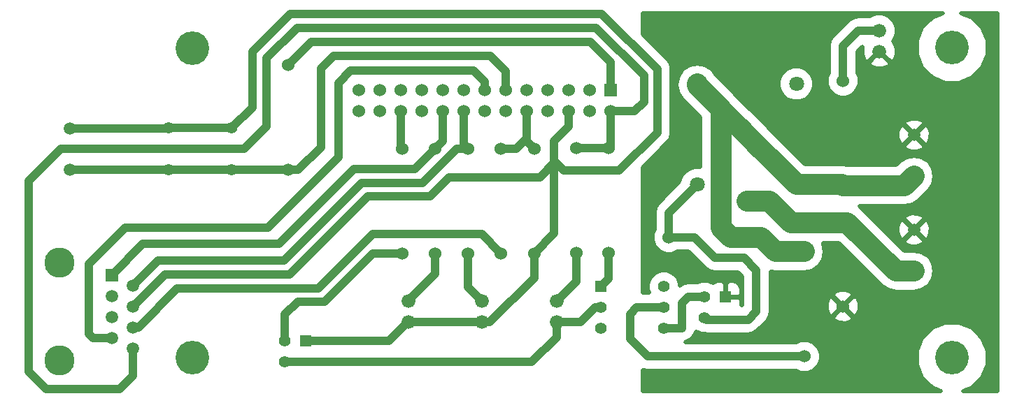
<source format=gbl>
G04 (created by PCBNEW (2013-07-07 BZR 4022)-stable) date 7/19/2014 9:11:12 AM*
%MOIN*%
G04 Gerber Fmt 3.4, Leading zero omitted, Abs format*
%FSLAX34Y34*%
G01*
G70*
G90*
G04 APERTURE LIST*
%ADD10C,0.00393701*%
%ADD11C,0.16*%
%ADD12R,0.055X0.055*%
%ADD13C,0.055*%
%ADD14C,0.1437*%
%ADD15R,0.0591X0.0591*%
%ADD16C,0.0591*%
%ADD17C,0.0708661*%
%ADD18C,0.06*%
%ADD19R,0.06X0.06*%
%ADD20C,0.066*%
%ADD21C,0.0590551*%
%ADD22C,0.0984252*%
%ADD23C,0.0393701*%
%ADD24C,0.019685*%
G04 APERTURE END LIST*
G54D10*
G54D11*
X44960Y-16968D03*
X8740Y-16968D03*
X44960Y-2165D03*
G54D12*
X14161Y-16153D03*
G54D13*
X13161Y-16153D03*
X13161Y-17153D03*
G54D12*
X34161Y-14066D03*
G54D13*
X33161Y-14066D03*
X33161Y-15066D03*
X7633Y-8007D03*
X7633Y-6007D03*
X10633Y-8007D03*
X10633Y-6007D03*
G54D14*
X2421Y-17101D03*
X2421Y-12428D03*
G54D15*
X4921Y-13013D03*
G54D16*
X5921Y-13513D03*
X4921Y-14013D03*
X5921Y-14513D03*
X4921Y-15013D03*
X5921Y-15513D03*
X4921Y-16013D03*
X5921Y-16513D03*
G54D17*
X35177Y-9488D03*
X32814Y-8700D03*
X37539Y-8700D03*
X32814Y-3897D03*
X37539Y-3897D03*
G54D18*
X23464Y-11988D03*
X23464Y-6988D03*
X39763Y-8759D03*
X39763Y-3759D03*
X37913Y-11909D03*
X37913Y-16909D03*
X25039Y-6988D03*
X25039Y-11988D03*
X13307Y-8011D03*
X13307Y-3011D03*
X20314Y-6988D03*
X20314Y-11988D03*
X21889Y-6988D03*
X21889Y-11988D03*
X18740Y-11988D03*
X18740Y-6988D03*
G54D19*
X28677Y-4204D03*
G54D18*
X28677Y-5204D03*
X27677Y-4204D03*
X27677Y-5204D03*
X26677Y-4204D03*
X26677Y-5204D03*
X25677Y-4204D03*
X25677Y-5204D03*
X24677Y-4204D03*
X24677Y-5204D03*
X23677Y-4204D03*
X23677Y-5204D03*
X22677Y-4204D03*
X22677Y-5204D03*
X21677Y-4204D03*
X21677Y-5204D03*
X20677Y-4204D03*
X20677Y-5204D03*
X19677Y-4204D03*
X19677Y-5204D03*
X18677Y-4204D03*
X18677Y-5204D03*
X17677Y-4204D03*
X17677Y-5204D03*
X16677Y-4204D03*
X16677Y-5204D03*
G54D20*
X22559Y-14263D03*
X22559Y-15263D03*
G54D19*
X35464Y-11220D03*
G54D18*
X31464Y-11220D03*
G54D19*
X39763Y-10519D03*
G54D18*
X39763Y-14519D03*
G54D12*
X28224Y-13566D03*
G54D13*
X28224Y-14566D03*
X28224Y-15566D03*
X31224Y-15566D03*
X31224Y-14566D03*
X31224Y-13566D03*
G54D11*
X8740Y-2204D03*
G54D21*
X2913Y-7992D03*
X2913Y-6023D03*
X43149Y-6338D03*
X43149Y-8307D03*
X43149Y-10866D03*
X43149Y-12834D03*
G54D18*
X27047Y-11948D03*
X27047Y-6948D03*
X28582Y-6948D03*
X28582Y-11948D03*
G54D20*
X41496Y-1350D03*
X41496Y-2350D03*
X26102Y-14263D03*
X26102Y-15263D03*
X19055Y-14263D03*
X19055Y-15263D03*
G54D22*
X35464Y-11220D02*
X34409Y-11220D01*
X33937Y-5098D02*
X33809Y-4970D01*
X33937Y-10748D02*
X33937Y-5098D01*
X34409Y-11220D02*
X33937Y-10748D01*
X35464Y-11220D02*
X35866Y-11220D01*
X35866Y-11220D02*
X36555Y-11909D01*
X36555Y-11909D02*
X37913Y-11909D01*
X39763Y-8759D02*
X42696Y-8759D01*
X42696Y-8759D02*
X43149Y-8307D01*
X37539Y-8700D02*
X39704Y-8700D01*
X39704Y-8700D02*
X39763Y-8759D01*
X32814Y-3897D02*
X32814Y-3976D01*
X32814Y-3976D02*
X33809Y-4970D01*
X33809Y-4970D02*
X34094Y-5255D01*
X34094Y-5255D02*
X34596Y-5757D01*
X34596Y-5757D02*
X34842Y-6003D01*
X34842Y-6003D02*
X35718Y-6879D01*
X35718Y-6879D02*
X36348Y-7509D01*
X36348Y-7509D02*
X37539Y-8700D01*
G54D23*
X28677Y-4204D02*
X28677Y-2850D01*
X14429Y-1889D02*
X13307Y-3011D01*
X27716Y-1889D02*
X14429Y-1889D01*
X28677Y-2850D02*
X27716Y-1889D01*
X27047Y-6948D02*
X28582Y-6948D01*
X28677Y-5204D02*
X28677Y-6854D01*
X28677Y-6854D02*
X28582Y-6948D01*
X28677Y-5204D02*
X29834Y-5204D01*
X5921Y-17818D02*
X5921Y-16513D01*
X5275Y-18464D02*
X5921Y-17818D01*
X1771Y-18464D02*
X5275Y-18464D01*
X944Y-17637D02*
X1771Y-18464D01*
X944Y-8543D02*
X944Y-17637D01*
X2480Y-7007D02*
X944Y-8543D01*
X11220Y-7007D02*
X2480Y-7007D01*
X12283Y-5944D02*
X11220Y-7007D01*
X12283Y-2677D02*
X12283Y-5944D01*
X13740Y-1220D02*
X12283Y-2677D01*
X27992Y-1220D02*
X13740Y-1220D01*
X30275Y-3503D02*
X27992Y-1220D01*
X30275Y-4763D02*
X30275Y-3503D01*
X29834Y-5204D02*
X30275Y-4763D01*
X22677Y-4204D02*
X22677Y-3779D01*
X4005Y-16013D02*
X4921Y-16013D01*
X3818Y-15826D02*
X4005Y-16013D01*
X3818Y-12480D02*
X3818Y-15826D01*
X5551Y-10748D02*
X3818Y-12480D01*
X12362Y-10748D02*
X5551Y-10748D01*
X15708Y-7401D02*
X12362Y-10748D01*
X15708Y-3858D02*
X15708Y-7401D01*
X16299Y-3267D02*
X15708Y-3858D01*
X22165Y-3267D02*
X16299Y-3267D01*
X22677Y-3779D02*
X22165Y-3267D01*
X13307Y-8011D02*
X13799Y-8011D01*
X23677Y-3283D02*
X23677Y-4204D01*
X22952Y-2559D02*
X23677Y-3283D01*
X15472Y-2559D02*
X22952Y-2559D01*
X14881Y-3149D02*
X15472Y-2559D01*
X14881Y-6929D02*
X14881Y-3149D01*
X13799Y-8011D02*
X14881Y-6929D01*
X10633Y-8007D02*
X10637Y-8011D01*
X10637Y-8011D02*
X13307Y-8011D01*
X7633Y-8007D02*
X10633Y-8007D01*
X2874Y-7992D02*
X7618Y-7992D01*
X7618Y-7992D02*
X7633Y-8007D01*
X21889Y-6988D02*
X21358Y-6988D01*
X7112Y-12322D02*
X5921Y-13513D01*
X13110Y-12322D02*
X7112Y-12322D01*
X16806Y-8626D02*
X13110Y-12322D01*
X19720Y-8626D02*
X16806Y-8626D01*
X21358Y-6988D02*
X19720Y-8626D01*
X21677Y-5204D02*
X21677Y-6775D01*
X21677Y-6775D02*
X21889Y-6988D01*
X20314Y-6988D02*
X19350Y-7952D01*
X6399Y-11535D02*
X4921Y-13013D01*
X12874Y-11535D02*
X6399Y-11535D01*
X16456Y-7952D02*
X12874Y-11535D01*
X19350Y-7952D02*
X16456Y-7952D01*
X20677Y-5204D02*
X20677Y-6625D01*
X20677Y-6625D02*
X20314Y-6988D01*
X18677Y-5204D02*
X18677Y-6925D01*
X18677Y-6925D02*
X18740Y-6988D01*
X5921Y-15513D02*
X6179Y-15513D01*
X22539Y-11062D02*
X23464Y-11988D01*
X17362Y-11062D02*
X22539Y-11062D01*
X14763Y-13661D02*
X17362Y-11062D01*
X8031Y-13661D02*
X14763Y-13661D01*
X6179Y-15513D02*
X8031Y-13661D01*
X23464Y-6988D02*
X24192Y-6988D01*
X24192Y-6988D02*
X24677Y-6503D01*
X24677Y-5204D02*
X24677Y-6503D01*
X24677Y-6503D02*
X24677Y-6625D01*
X24677Y-6625D02*
X25039Y-6988D01*
X22559Y-15263D02*
X22925Y-15263D01*
X25039Y-13149D02*
X25039Y-11988D01*
X22925Y-15263D02*
X25039Y-13149D01*
X14161Y-16153D02*
X18125Y-16153D01*
X18125Y-16153D02*
X19015Y-15263D01*
X19015Y-15263D02*
X22559Y-15263D01*
X10633Y-6007D02*
X11614Y-5027D01*
X26456Y-8031D02*
X25984Y-7559D01*
X29094Y-8031D02*
X26456Y-8031D01*
X30905Y-6220D02*
X29094Y-8031D01*
X30905Y-3188D02*
X30905Y-6220D01*
X28267Y-551D02*
X30905Y-3188D01*
X13425Y-551D02*
X28267Y-551D01*
X11614Y-2362D02*
X13425Y-551D01*
X11614Y-5027D02*
X11614Y-2362D01*
X25984Y-7559D02*
X25984Y-7244D01*
X7633Y-6007D02*
X10633Y-6007D01*
X2874Y-6023D02*
X7618Y-6023D01*
X7618Y-6023D02*
X7633Y-6007D01*
X25984Y-7244D02*
X25984Y-7559D01*
X25984Y-7165D02*
X25984Y-7244D01*
X25984Y-7559D02*
X25984Y-7677D01*
X7442Y-12992D02*
X5921Y-14513D01*
X13385Y-12992D02*
X7442Y-12992D01*
X17125Y-9251D02*
X13385Y-12992D01*
X20078Y-9251D02*
X17125Y-9251D01*
X20984Y-8346D02*
X20078Y-9251D01*
X25314Y-8346D02*
X20984Y-8346D01*
X25984Y-7677D02*
X25314Y-8346D01*
X26677Y-5204D02*
X26677Y-5921D01*
X26677Y-5921D02*
X25984Y-6614D01*
X25984Y-6614D02*
X25984Y-6889D01*
X25984Y-6889D02*
X25984Y-7165D01*
X25984Y-7165D02*
X25984Y-11043D01*
X25984Y-11043D02*
X25039Y-11988D01*
X20314Y-11988D02*
X20314Y-12964D01*
X20314Y-12964D02*
X19015Y-14263D01*
X37913Y-16909D02*
X30452Y-16909D01*
X29921Y-14566D02*
X31224Y-14566D01*
X29606Y-14881D02*
X29921Y-14566D01*
X29606Y-16062D02*
X29606Y-14881D01*
X30452Y-16909D02*
X29606Y-16062D01*
X28582Y-11948D02*
X28582Y-13208D01*
X28582Y-13208D02*
X28224Y-13566D01*
X21889Y-11988D02*
X21889Y-13594D01*
X21889Y-13594D02*
X22559Y-14263D01*
X33161Y-14066D02*
X32389Y-14066D01*
X32070Y-15566D02*
X31224Y-15566D01*
X32086Y-15551D02*
X32070Y-15566D01*
X32086Y-14370D02*
X32086Y-15551D01*
X32389Y-14066D02*
X32086Y-14370D01*
X41496Y-1350D02*
X40500Y-1350D01*
X39763Y-2086D02*
X39763Y-3759D01*
X40500Y-1350D02*
X39763Y-2086D01*
X26102Y-15263D02*
X27255Y-15263D01*
X27952Y-14566D02*
X28224Y-14566D01*
X27255Y-15263D02*
X27952Y-14566D01*
X26102Y-15263D02*
X26102Y-15984D01*
X24933Y-17153D02*
X13161Y-17153D01*
X26102Y-15984D02*
X24933Y-17153D01*
X27047Y-11948D02*
X27047Y-13318D01*
X27047Y-13318D02*
X26102Y-14263D01*
G54D22*
X39763Y-10519D02*
X39968Y-10519D01*
X42283Y-12834D02*
X43149Y-12834D01*
X39968Y-10519D02*
X42283Y-12834D01*
X35177Y-9488D02*
X36259Y-9488D01*
X37291Y-10519D02*
X39763Y-10519D01*
X36259Y-9488D02*
X37291Y-10519D01*
G54D23*
X18740Y-11988D02*
X17342Y-11988D01*
X13161Y-14909D02*
X13161Y-16153D01*
X13779Y-14291D02*
X13161Y-14909D01*
X15039Y-14291D02*
X13779Y-14291D01*
X17342Y-11988D02*
X15039Y-14291D01*
X31464Y-11220D02*
X32677Y-11220D01*
X33251Y-15157D02*
X33161Y-15066D01*
X35236Y-15157D02*
X33251Y-15157D01*
X35629Y-14763D02*
X35236Y-15157D01*
X35629Y-12795D02*
X35629Y-14763D01*
X35039Y-12204D02*
X35629Y-12795D01*
X33661Y-12204D02*
X35039Y-12204D01*
X32677Y-11220D02*
X33661Y-12204D01*
X31464Y-11220D02*
X31464Y-10051D01*
X31464Y-10051D02*
X32814Y-8700D01*
G54D10*
G36*
X47116Y-18572D02*
X45492Y-18572D01*
X45914Y-18398D01*
X46388Y-17924D01*
X46646Y-17305D01*
X46646Y-16634D01*
X46390Y-16014D01*
X45916Y-15540D01*
X45297Y-15282D01*
X44626Y-15282D01*
X44006Y-15538D01*
X43532Y-16012D01*
X43275Y-16631D01*
X43274Y-17302D01*
X43530Y-17922D01*
X44004Y-18396D01*
X44428Y-18572D01*
X40558Y-18572D01*
X40558Y-14373D01*
X40441Y-14081D01*
X40428Y-14061D01*
X40261Y-14049D01*
X40233Y-14077D01*
X40233Y-14021D01*
X40222Y-13854D01*
X39933Y-13729D01*
X39618Y-13725D01*
X39325Y-13841D01*
X39305Y-13854D01*
X39293Y-14021D01*
X39763Y-14491D01*
X40233Y-14021D01*
X40233Y-14077D01*
X39791Y-14519D01*
X40261Y-14989D01*
X40428Y-14978D01*
X40553Y-14689D01*
X40558Y-14373D01*
X40558Y-18572D01*
X40233Y-18572D01*
X40233Y-15017D01*
X39763Y-14547D01*
X39735Y-14575D01*
X39735Y-14519D01*
X39265Y-14049D01*
X39099Y-14061D01*
X38974Y-14350D01*
X38969Y-14665D01*
X39085Y-14958D01*
X39099Y-14978D01*
X39265Y-14989D01*
X39735Y-14519D01*
X39735Y-14575D01*
X39293Y-15017D01*
X39305Y-15184D01*
X39594Y-15309D01*
X39909Y-15314D01*
X40202Y-15197D01*
X40222Y-15184D01*
X40233Y-15017D01*
X40233Y-18572D01*
X30216Y-18572D01*
X30216Y-17551D01*
X30452Y-17598D01*
X37507Y-17598D01*
X37755Y-17701D01*
X38070Y-17701D01*
X38361Y-17581D01*
X38584Y-17358D01*
X38705Y-17067D01*
X38705Y-16752D01*
X38585Y-16461D01*
X38362Y-16238D01*
X38071Y-16117D01*
X37756Y-16117D01*
X37506Y-16220D01*
X32248Y-16220D01*
X32334Y-16203D01*
X32558Y-16054D01*
X32573Y-16038D01*
X32573Y-16038D01*
X32573Y-16038D01*
X32723Y-15814D01*
X32741Y-15723D01*
X33008Y-15833D01*
X33189Y-15834D01*
X33251Y-15846D01*
X35236Y-15846D01*
X35499Y-15794D01*
X35723Y-15644D01*
X36117Y-15250D01*
X36117Y-15250D01*
X36117Y-15250D01*
X36266Y-15027D01*
X36318Y-14763D01*
X36318Y-12846D01*
X36555Y-12893D01*
X36555Y-12893D01*
X36555Y-12893D01*
X37913Y-12893D01*
X38290Y-12818D01*
X38609Y-12605D01*
X38822Y-12286D01*
X38897Y-11909D01*
X38822Y-11532D01*
X38803Y-11503D01*
X39560Y-11503D01*
X41587Y-13530D01*
X41587Y-13530D01*
X41906Y-13743D01*
X42283Y-13818D01*
X42283Y-13818D01*
X42283Y-13818D01*
X43149Y-13818D01*
X43526Y-13743D01*
X43845Y-13530D01*
X44058Y-13211D01*
X44133Y-12834D01*
X44058Y-12457D01*
X43939Y-12278D01*
X43939Y-10721D01*
X43823Y-10430D01*
X43810Y-10410D01*
X43644Y-10399D01*
X43616Y-10427D01*
X43616Y-10371D01*
X43605Y-10205D01*
X43317Y-10081D01*
X43004Y-10076D01*
X42713Y-10192D01*
X42693Y-10205D01*
X42683Y-10371D01*
X43149Y-10838D01*
X43616Y-10371D01*
X43616Y-10427D01*
X43177Y-10866D01*
X43644Y-11332D01*
X43810Y-11321D01*
X43934Y-11034D01*
X43939Y-10721D01*
X43939Y-12278D01*
X43845Y-12138D01*
X43616Y-11985D01*
X43616Y-11360D01*
X43149Y-10893D01*
X43121Y-10921D01*
X43121Y-10866D01*
X42655Y-10399D01*
X42488Y-10410D01*
X42364Y-10697D01*
X42359Y-11011D01*
X42475Y-11302D01*
X42488Y-11321D01*
X42655Y-11332D01*
X43121Y-10866D01*
X43121Y-10921D01*
X42683Y-11360D01*
X42693Y-11527D01*
X42981Y-11651D01*
X43294Y-11655D01*
X43585Y-11540D01*
X43605Y-11527D01*
X43616Y-11360D01*
X43616Y-11985D01*
X43526Y-11925D01*
X43149Y-11850D01*
X42691Y-11850D01*
X40664Y-9823D01*
X40545Y-9744D01*
X42696Y-9744D01*
X43073Y-9669D01*
X43073Y-9669D01*
X43392Y-9455D01*
X43845Y-9003D01*
X44058Y-8683D01*
X44133Y-8307D01*
X44058Y-7930D01*
X43939Y-7751D01*
X43939Y-6193D01*
X43823Y-5902D01*
X43810Y-5882D01*
X43644Y-5872D01*
X43616Y-5899D01*
X43616Y-5844D01*
X43605Y-5677D01*
X43317Y-5553D01*
X43004Y-5548D01*
X42713Y-5664D01*
X42693Y-5677D01*
X42683Y-5844D01*
X43149Y-6310D01*
X43616Y-5844D01*
X43616Y-5899D01*
X43177Y-6338D01*
X43644Y-6805D01*
X43810Y-6794D01*
X43934Y-6506D01*
X43939Y-6193D01*
X43939Y-7751D01*
X43845Y-7611D01*
X43616Y-7457D01*
X43616Y-6832D01*
X43149Y-6366D01*
X43121Y-6394D01*
X43121Y-6338D01*
X42655Y-5872D01*
X42488Y-5882D01*
X42364Y-6170D01*
X42359Y-6483D01*
X42475Y-6774D01*
X42488Y-6794D01*
X42655Y-6805D01*
X43121Y-6338D01*
X43121Y-6394D01*
X42683Y-6832D01*
X42693Y-6999D01*
X42981Y-7123D01*
X43294Y-7128D01*
X43585Y-7012D01*
X43605Y-6999D01*
X43616Y-6832D01*
X43616Y-7457D01*
X43526Y-7397D01*
X43149Y-7322D01*
X42772Y-7397D01*
X42453Y-7611D01*
X42320Y-7744D01*
X42320Y-2199D01*
X42200Y-1895D01*
X42185Y-1873D01*
X42139Y-1869D01*
X42192Y-1816D01*
X42318Y-1514D01*
X42318Y-1187D01*
X42193Y-885D01*
X41962Y-653D01*
X41660Y-528D01*
X41333Y-528D01*
X41030Y-653D01*
X41022Y-661D01*
X40500Y-661D01*
X40236Y-713D01*
X40012Y-863D01*
X39276Y-1599D01*
X39127Y-1822D01*
X39074Y-2086D01*
X39074Y-3353D01*
X38971Y-3601D01*
X38971Y-3916D01*
X39091Y-4207D01*
X39314Y-4430D01*
X39605Y-4551D01*
X39920Y-4552D01*
X40211Y-4431D01*
X40434Y-4209D01*
X40555Y-3918D01*
X40556Y-3602D01*
X40452Y-3352D01*
X40452Y-2371D01*
X40696Y-2128D01*
X40676Y-2173D01*
X40671Y-2500D01*
X40791Y-2805D01*
X40806Y-2827D01*
X40976Y-2842D01*
X41468Y-2350D01*
X41462Y-2344D01*
X41490Y-2316D01*
X41496Y-2322D01*
X41501Y-2316D01*
X41529Y-2344D01*
X41523Y-2350D01*
X42015Y-2842D01*
X42185Y-2827D01*
X42315Y-2526D01*
X42320Y-2199D01*
X42320Y-7744D01*
X42289Y-7775D01*
X41987Y-7775D01*
X41987Y-2869D01*
X41496Y-2378D01*
X41004Y-2869D01*
X41019Y-3039D01*
X41319Y-3169D01*
X41646Y-3174D01*
X41950Y-3054D01*
X41972Y-3039D01*
X41987Y-2869D01*
X41987Y-7775D01*
X40001Y-7775D01*
X39704Y-7716D01*
X38385Y-7716D01*
X38385Y-3730D01*
X38257Y-3418D01*
X38019Y-3180D01*
X37708Y-3051D01*
X37371Y-3051D01*
X37060Y-3179D01*
X36822Y-3417D01*
X36693Y-3728D01*
X36692Y-4065D01*
X36821Y-4376D01*
X37059Y-4614D01*
X37370Y-4743D01*
X37707Y-4744D01*
X38018Y-4615D01*
X38256Y-4377D01*
X38385Y-4066D01*
X38385Y-3730D01*
X38385Y-7716D01*
X37947Y-7716D01*
X37044Y-6813D01*
X37044Y-6813D01*
X36414Y-6183D01*
X35538Y-5307D01*
X35292Y-5061D01*
X34790Y-4559D01*
X34790Y-4559D01*
X34632Y-4402D01*
X34505Y-4274D01*
X33669Y-3438D01*
X33510Y-3201D01*
X33191Y-2988D01*
X32814Y-2913D01*
X32438Y-2988D01*
X32118Y-3201D01*
X31905Y-3520D01*
X31830Y-3897D01*
X31830Y-3976D01*
X31905Y-4353D01*
X32118Y-4672D01*
X32952Y-5506D01*
X32952Y-7854D01*
X32647Y-7854D01*
X32336Y-7982D01*
X32097Y-8220D01*
X31968Y-8531D01*
X31968Y-8572D01*
X30977Y-9564D01*
X30828Y-9787D01*
X30775Y-10051D01*
X30775Y-10814D01*
X30672Y-11062D01*
X30672Y-11377D01*
X30792Y-11668D01*
X31015Y-11891D01*
X31306Y-12012D01*
X31621Y-12012D01*
X31871Y-11909D01*
X32391Y-11909D01*
X33174Y-12691D01*
X33174Y-12691D01*
X33397Y-12841D01*
X33397Y-12841D01*
X33608Y-12883D01*
X33661Y-12893D01*
X33661Y-12893D01*
X33661Y-12893D01*
X34753Y-12893D01*
X34940Y-13080D01*
X34940Y-14468D01*
X34916Y-14468D01*
X34928Y-14440D01*
X34928Y-14244D01*
X34928Y-13889D01*
X34928Y-13693D01*
X34853Y-13512D01*
X34714Y-13374D01*
X34533Y-13299D01*
X34304Y-13299D01*
X34181Y-13422D01*
X34181Y-14047D01*
X34805Y-14047D01*
X34928Y-13924D01*
X34928Y-13889D01*
X34928Y-14244D01*
X34928Y-14209D01*
X34805Y-14086D01*
X34181Y-14086D01*
X34181Y-14094D01*
X34141Y-14094D01*
X34141Y-14086D01*
X34133Y-14086D01*
X34133Y-14047D01*
X34141Y-14047D01*
X34141Y-13422D01*
X34018Y-13299D01*
X33788Y-13299D01*
X33608Y-13374D01*
X33574Y-13407D01*
X33314Y-13299D01*
X33009Y-13299D01*
X32820Y-13377D01*
X32389Y-13377D01*
X32126Y-13430D01*
X31991Y-13520D01*
X31991Y-13415D01*
X31875Y-13132D01*
X31659Y-12916D01*
X31377Y-12799D01*
X31072Y-12799D01*
X30790Y-12916D01*
X30574Y-13131D01*
X30457Y-13413D01*
X30457Y-13718D01*
X30522Y-13877D01*
X30216Y-13877D01*
X30216Y-7883D01*
X31392Y-6707D01*
X31542Y-6484D01*
X31594Y-6220D01*
X31594Y-3188D01*
X31594Y-3188D01*
X31594Y-3188D01*
X31585Y-3145D01*
X31542Y-2925D01*
X31392Y-2701D01*
X31392Y-2701D01*
X30216Y-1525D01*
X30216Y-521D01*
X44524Y-521D01*
X44006Y-735D01*
X43532Y-1209D01*
X43275Y-1828D01*
X43274Y-2499D01*
X43530Y-3119D01*
X44004Y-3593D01*
X44623Y-3850D01*
X45294Y-3851D01*
X45914Y-3595D01*
X46388Y-3121D01*
X46646Y-2502D01*
X46646Y-1831D01*
X46390Y-1211D01*
X45916Y-737D01*
X45398Y-521D01*
X47116Y-521D01*
X47116Y-18572D01*
X47116Y-18572D01*
G37*
G54D24*
X47116Y-18572D02*
X45492Y-18572D01*
X45914Y-18398D01*
X46388Y-17924D01*
X46646Y-17305D01*
X46646Y-16634D01*
X46390Y-16014D01*
X45916Y-15540D01*
X45297Y-15282D01*
X44626Y-15282D01*
X44006Y-15538D01*
X43532Y-16012D01*
X43275Y-16631D01*
X43274Y-17302D01*
X43530Y-17922D01*
X44004Y-18396D01*
X44428Y-18572D01*
X40558Y-18572D01*
X40558Y-14373D01*
X40441Y-14081D01*
X40428Y-14061D01*
X40261Y-14049D01*
X40233Y-14077D01*
X40233Y-14021D01*
X40222Y-13854D01*
X39933Y-13729D01*
X39618Y-13725D01*
X39325Y-13841D01*
X39305Y-13854D01*
X39293Y-14021D01*
X39763Y-14491D01*
X40233Y-14021D01*
X40233Y-14077D01*
X39791Y-14519D01*
X40261Y-14989D01*
X40428Y-14978D01*
X40553Y-14689D01*
X40558Y-14373D01*
X40558Y-18572D01*
X40233Y-18572D01*
X40233Y-15017D01*
X39763Y-14547D01*
X39735Y-14575D01*
X39735Y-14519D01*
X39265Y-14049D01*
X39099Y-14061D01*
X38974Y-14350D01*
X38969Y-14665D01*
X39085Y-14958D01*
X39099Y-14978D01*
X39265Y-14989D01*
X39735Y-14519D01*
X39735Y-14575D01*
X39293Y-15017D01*
X39305Y-15184D01*
X39594Y-15309D01*
X39909Y-15314D01*
X40202Y-15197D01*
X40222Y-15184D01*
X40233Y-15017D01*
X40233Y-18572D01*
X30216Y-18572D01*
X30216Y-17551D01*
X30452Y-17598D01*
X37507Y-17598D01*
X37755Y-17701D01*
X38070Y-17701D01*
X38361Y-17581D01*
X38584Y-17358D01*
X38705Y-17067D01*
X38705Y-16752D01*
X38585Y-16461D01*
X38362Y-16238D01*
X38071Y-16117D01*
X37756Y-16117D01*
X37506Y-16220D01*
X32248Y-16220D01*
X32334Y-16203D01*
X32558Y-16054D01*
X32573Y-16038D01*
X32573Y-16038D01*
X32573Y-16038D01*
X32723Y-15814D01*
X32741Y-15723D01*
X33008Y-15833D01*
X33189Y-15834D01*
X33251Y-15846D01*
X35236Y-15846D01*
X35499Y-15794D01*
X35723Y-15644D01*
X36117Y-15250D01*
X36117Y-15250D01*
X36117Y-15250D01*
X36266Y-15027D01*
X36318Y-14763D01*
X36318Y-12846D01*
X36555Y-12893D01*
X36555Y-12893D01*
X36555Y-12893D01*
X37913Y-12893D01*
X38290Y-12818D01*
X38609Y-12605D01*
X38822Y-12286D01*
X38897Y-11909D01*
X38822Y-11532D01*
X38803Y-11503D01*
X39560Y-11503D01*
X41587Y-13530D01*
X41587Y-13530D01*
X41906Y-13743D01*
X42283Y-13818D01*
X42283Y-13818D01*
X42283Y-13818D01*
X43149Y-13818D01*
X43526Y-13743D01*
X43845Y-13530D01*
X44058Y-13211D01*
X44133Y-12834D01*
X44058Y-12457D01*
X43939Y-12278D01*
X43939Y-10721D01*
X43823Y-10430D01*
X43810Y-10410D01*
X43644Y-10399D01*
X43616Y-10427D01*
X43616Y-10371D01*
X43605Y-10205D01*
X43317Y-10081D01*
X43004Y-10076D01*
X42713Y-10192D01*
X42693Y-10205D01*
X42683Y-10371D01*
X43149Y-10838D01*
X43616Y-10371D01*
X43616Y-10427D01*
X43177Y-10866D01*
X43644Y-11332D01*
X43810Y-11321D01*
X43934Y-11034D01*
X43939Y-10721D01*
X43939Y-12278D01*
X43845Y-12138D01*
X43616Y-11985D01*
X43616Y-11360D01*
X43149Y-10893D01*
X43121Y-10921D01*
X43121Y-10866D01*
X42655Y-10399D01*
X42488Y-10410D01*
X42364Y-10697D01*
X42359Y-11011D01*
X42475Y-11302D01*
X42488Y-11321D01*
X42655Y-11332D01*
X43121Y-10866D01*
X43121Y-10921D01*
X42683Y-11360D01*
X42693Y-11527D01*
X42981Y-11651D01*
X43294Y-11655D01*
X43585Y-11540D01*
X43605Y-11527D01*
X43616Y-11360D01*
X43616Y-11985D01*
X43526Y-11925D01*
X43149Y-11850D01*
X42691Y-11850D01*
X40664Y-9823D01*
X40545Y-9744D01*
X42696Y-9744D01*
X43073Y-9669D01*
X43073Y-9669D01*
X43392Y-9455D01*
X43845Y-9003D01*
X44058Y-8683D01*
X44133Y-8307D01*
X44058Y-7930D01*
X43939Y-7751D01*
X43939Y-6193D01*
X43823Y-5902D01*
X43810Y-5882D01*
X43644Y-5872D01*
X43616Y-5899D01*
X43616Y-5844D01*
X43605Y-5677D01*
X43317Y-5553D01*
X43004Y-5548D01*
X42713Y-5664D01*
X42693Y-5677D01*
X42683Y-5844D01*
X43149Y-6310D01*
X43616Y-5844D01*
X43616Y-5899D01*
X43177Y-6338D01*
X43644Y-6805D01*
X43810Y-6794D01*
X43934Y-6506D01*
X43939Y-6193D01*
X43939Y-7751D01*
X43845Y-7611D01*
X43616Y-7457D01*
X43616Y-6832D01*
X43149Y-6366D01*
X43121Y-6394D01*
X43121Y-6338D01*
X42655Y-5872D01*
X42488Y-5882D01*
X42364Y-6170D01*
X42359Y-6483D01*
X42475Y-6774D01*
X42488Y-6794D01*
X42655Y-6805D01*
X43121Y-6338D01*
X43121Y-6394D01*
X42683Y-6832D01*
X42693Y-6999D01*
X42981Y-7123D01*
X43294Y-7128D01*
X43585Y-7012D01*
X43605Y-6999D01*
X43616Y-6832D01*
X43616Y-7457D01*
X43526Y-7397D01*
X43149Y-7322D01*
X42772Y-7397D01*
X42453Y-7611D01*
X42320Y-7744D01*
X42320Y-2199D01*
X42200Y-1895D01*
X42185Y-1873D01*
X42139Y-1869D01*
X42192Y-1816D01*
X42318Y-1514D01*
X42318Y-1187D01*
X42193Y-885D01*
X41962Y-653D01*
X41660Y-528D01*
X41333Y-528D01*
X41030Y-653D01*
X41022Y-661D01*
X40500Y-661D01*
X40236Y-713D01*
X40012Y-863D01*
X39276Y-1599D01*
X39127Y-1822D01*
X39074Y-2086D01*
X39074Y-3353D01*
X38971Y-3601D01*
X38971Y-3916D01*
X39091Y-4207D01*
X39314Y-4430D01*
X39605Y-4551D01*
X39920Y-4552D01*
X40211Y-4431D01*
X40434Y-4209D01*
X40555Y-3918D01*
X40556Y-3602D01*
X40452Y-3352D01*
X40452Y-2371D01*
X40696Y-2128D01*
X40676Y-2173D01*
X40671Y-2500D01*
X40791Y-2805D01*
X40806Y-2827D01*
X40976Y-2842D01*
X41468Y-2350D01*
X41462Y-2344D01*
X41490Y-2316D01*
X41496Y-2322D01*
X41501Y-2316D01*
X41529Y-2344D01*
X41523Y-2350D01*
X42015Y-2842D01*
X42185Y-2827D01*
X42315Y-2526D01*
X42320Y-2199D01*
X42320Y-7744D01*
X42289Y-7775D01*
X41987Y-7775D01*
X41987Y-2869D01*
X41496Y-2378D01*
X41004Y-2869D01*
X41019Y-3039D01*
X41319Y-3169D01*
X41646Y-3174D01*
X41950Y-3054D01*
X41972Y-3039D01*
X41987Y-2869D01*
X41987Y-7775D01*
X40001Y-7775D01*
X39704Y-7716D01*
X38385Y-7716D01*
X38385Y-3730D01*
X38257Y-3418D01*
X38019Y-3180D01*
X37708Y-3051D01*
X37371Y-3051D01*
X37060Y-3179D01*
X36822Y-3417D01*
X36693Y-3728D01*
X36692Y-4065D01*
X36821Y-4376D01*
X37059Y-4614D01*
X37370Y-4743D01*
X37707Y-4744D01*
X38018Y-4615D01*
X38256Y-4377D01*
X38385Y-4066D01*
X38385Y-3730D01*
X38385Y-7716D01*
X37947Y-7716D01*
X37044Y-6813D01*
X37044Y-6813D01*
X36414Y-6183D01*
X35538Y-5307D01*
X35292Y-5061D01*
X34790Y-4559D01*
X34790Y-4559D01*
X34632Y-4402D01*
X34505Y-4274D01*
X33669Y-3438D01*
X33510Y-3201D01*
X33191Y-2988D01*
X32814Y-2913D01*
X32438Y-2988D01*
X32118Y-3201D01*
X31905Y-3520D01*
X31830Y-3897D01*
X31830Y-3976D01*
X31905Y-4353D01*
X32118Y-4672D01*
X32952Y-5506D01*
X32952Y-7854D01*
X32647Y-7854D01*
X32336Y-7982D01*
X32097Y-8220D01*
X31968Y-8531D01*
X31968Y-8572D01*
X30977Y-9564D01*
X30828Y-9787D01*
X30775Y-10051D01*
X30775Y-10814D01*
X30672Y-11062D01*
X30672Y-11377D01*
X30792Y-11668D01*
X31015Y-11891D01*
X31306Y-12012D01*
X31621Y-12012D01*
X31871Y-11909D01*
X32391Y-11909D01*
X33174Y-12691D01*
X33174Y-12691D01*
X33397Y-12841D01*
X33397Y-12841D01*
X33608Y-12883D01*
X33661Y-12893D01*
X33661Y-12893D01*
X33661Y-12893D01*
X34753Y-12893D01*
X34940Y-13080D01*
X34940Y-14468D01*
X34916Y-14468D01*
X34928Y-14440D01*
X34928Y-14244D01*
X34928Y-13889D01*
X34928Y-13693D01*
X34853Y-13512D01*
X34714Y-13374D01*
X34533Y-13299D01*
X34304Y-13299D01*
X34181Y-13422D01*
X34181Y-14047D01*
X34805Y-14047D01*
X34928Y-13924D01*
X34928Y-13889D01*
X34928Y-14244D01*
X34928Y-14209D01*
X34805Y-14086D01*
X34181Y-14086D01*
X34181Y-14094D01*
X34141Y-14094D01*
X34141Y-14086D01*
X34133Y-14086D01*
X34133Y-14047D01*
X34141Y-14047D01*
X34141Y-13422D01*
X34018Y-13299D01*
X33788Y-13299D01*
X33608Y-13374D01*
X33574Y-13407D01*
X33314Y-13299D01*
X33009Y-13299D01*
X32820Y-13377D01*
X32389Y-13377D01*
X32126Y-13430D01*
X31991Y-13520D01*
X31991Y-13415D01*
X31875Y-13132D01*
X31659Y-12916D01*
X31377Y-12799D01*
X31072Y-12799D01*
X30790Y-12916D01*
X30574Y-13131D01*
X30457Y-13413D01*
X30457Y-13718D01*
X30522Y-13877D01*
X30216Y-13877D01*
X30216Y-7883D01*
X31392Y-6707D01*
X31542Y-6484D01*
X31594Y-6220D01*
X31594Y-3188D01*
X31594Y-3188D01*
X31594Y-3188D01*
X31585Y-3145D01*
X31542Y-2925D01*
X31392Y-2701D01*
X31392Y-2701D01*
X30216Y-1525D01*
X30216Y-521D01*
X44524Y-521D01*
X44006Y-735D01*
X43532Y-1209D01*
X43275Y-1828D01*
X43274Y-2499D01*
X43530Y-3119D01*
X44004Y-3593D01*
X44623Y-3850D01*
X45294Y-3851D01*
X45914Y-3595D01*
X46388Y-3121D01*
X46646Y-2502D01*
X46646Y-1831D01*
X46390Y-1211D01*
X45916Y-737D01*
X45398Y-521D01*
X47116Y-521D01*
X47116Y-18572D01*
M02*

</source>
